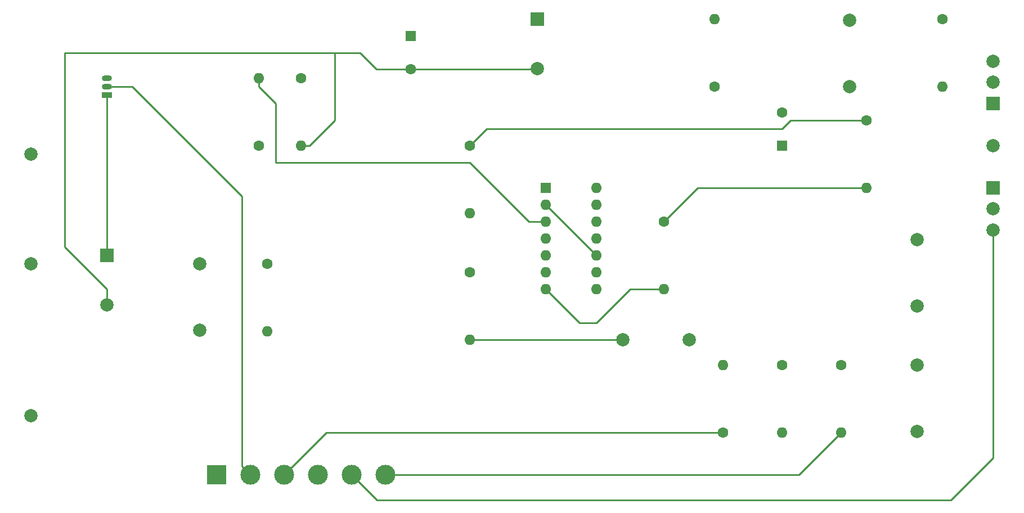
<source format=gbr>
G04 #@! TF.FileFunction,Copper,L2,Bot,Signal*
%FSLAX46Y46*%
G04 Gerber Fmt 4.6, Leading zero omitted, Abs format (unit mm)*
G04 Created by KiCad (PCBNEW 4.0.7) date 03/22/19 11:19:21*
%MOMM*%
%LPD*%
G01*
G04 APERTURE LIST*
%ADD10C,0.100000*%
%ADD11R,1.600000X1.600000*%
%ADD12O,1.600000X1.600000*%
%ADD13C,1.600000*%
%ADD14R,1.998980X1.998980*%
%ADD15C,1.998980*%
%ADD16C,3.000000*%
%ADD17R,3.000000X3.000000*%
%ADD18C,2.000000*%
%ADD19O,1.500000X0.900000*%
%ADD20R,1.500000X0.900000*%
%ADD21R,2.000000X2.000000*%
%ADD22C,0.250000*%
G04 APERTURE END LIST*
D10*
D11*
X177800000Y-109220000D03*
D12*
X185420000Y-124460000D03*
X177800000Y-111760000D03*
X185420000Y-121920000D03*
X177800000Y-114300000D03*
X185420000Y-119380000D03*
X177800000Y-116840000D03*
X185420000Y-116840000D03*
X177800000Y-119380000D03*
X185420000Y-114300000D03*
X177800000Y-121920000D03*
X185420000Y-111760000D03*
X177800000Y-124460000D03*
X185420000Y-109220000D03*
D13*
X135890000Y-120650000D03*
D12*
X135890000Y-130810000D03*
D13*
X140970000Y-92710000D03*
D12*
X140970000Y-102870000D03*
D14*
X245110000Y-109220000D03*
D15*
X245110000Y-112395000D03*
X245110000Y-115570000D03*
D14*
X245110000Y-96520000D03*
D15*
X245110000Y-93345000D03*
X245110000Y-90170000D03*
D16*
X133350000Y-152400000D03*
X138430000Y-152400000D03*
D17*
X128270000Y-152400000D03*
D16*
X143510000Y-152400000D03*
X148590000Y-152400000D03*
X153670000Y-152400000D03*
D15*
X100330000Y-143510000D03*
X100330000Y-120650000D03*
X245110000Y-102870000D03*
D13*
X134620000Y-102870000D03*
D12*
X134620000Y-92710000D03*
D13*
X166370000Y-102870000D03*
D12*
X166370000Y-113030000D03*
D13*
X166370000Y-121920000D03*
D12*
X166370000Y-132080000D03*
D13*
X204470000Y-146050000D03*
D12*
X204470000Y-135890000D03*
D13*
X222250000Y-135890000D03*
D12*
X222250000Y-146050000D03*
D13*
X237490000Y-83820000D03*
D12*
X237490000Y-93980000D03*
D13*
X195580000Y-114300000D03*
D12*
X195580000Y-124460000D03*
D13*
X226060000Y-99060000D03*
D12*
X226060000Y-109220000D03*
D13*
X203200000Y-93980000D03*
D12*
X203200000Y-83820000D03*
D13*
X213360000Y-135890000D03*
D12*
X213360000Y-146050000D03*
D15*
X100330000Y-104140000D03*
D18*
X125730000Y-120650000D03*
X125730000Y-130650000D03*
X199390000Y-132080000D03*
X189390000Y-132080000D03*
X233680000Y-127000000D03*
X233680000Y-117000000D03*
X233680000Y-135890000D03*
X233680000Y-145890000D03*
X223520000Y-93980000D03*
X223520000Y-83980000D03*
D19*
X111760000Y-93980000D03*
X111760000Y-92710000D03*
D20*
X111760000Y-95250000D03*
D21*
X111760000Y-119380000D03*
D18*
X111760000Y-126880000D03*
D11*
X157480000Y-86360000D03*
D13*
X157480000Y-91360000D03*
D21*
X176530000Y-83820000D03*
D18*
X176530000Y-91320000D03*
D11*
X213360000Y-102870000D03*
D13*
X213360000Y-97870000D03*
D22*
X245110000Y-115570000D02*
X245110000Y-149860000D01*
X152400000Y-156210000D02*
X148590000Y-152400000D01*
X238760000Y-156210000D02*
X152400000Y-156210000D01*
X245110000Y-149860000D02*
X238760000Y-156210000D01*
X226060000Y-99060000D02*
X214630000Y-99060000D01*
X168910000Y-100330000D02*
X166370000Y-102870000D01*
X213360000Y-100330000D02*
X168910000Y-100330000D01*
X214630000Y-99060000D02*
X213360000Y-100330000D01*
X185420000Y-119380000D02*
X177800000Y-111760000D01*
X244475000Y-93980000D02*
X245110000Y-93345000D01*
X204470000Y-146050000D02*
X144780000Y-146050000D01*
X144780000Y-146050000D02*
X138430000Y-152400000D01*
X135730000Y-130650000D02*
X135890000Y-130810000D01*
X215900000Y-152400000D02*
X222250000Y-146050000D01*
X153670000Y-152400000D02*
X215900000Y-152400000D01*
X177800000Y-114300000D02*
X175260000Y-114300000D01*
X134620000Y-93980000D02*
X134620000Y-92710000D01*
X137160000Y-96520000D02*
X134620000Y-93980000D01*
X137160000Y-105410000D02*
X137160000Y-96520000D01*
X166370000Y-105410000D02*
X137160000Y-105410000D01*
X175260000Y-114300000D02*
X166370000Y-105410000D01*
X125570000Y-130810000D02*
X125730000Y-130650000D01*
X189390000Y-132080000D02*
X166370000Y-132080000D01*
X203360000Y-83980000D02*
X203200000Y-83820000D01*
X223680000Y-83820000D02*
X223520000Y-83980000D01*
X195580000Y-124460000D02*
X190500000Y-124460000D01*
X182880000Y-129540000D02*
X177800000Y-124460000D01*
X185420000Y-129540000D02*
X182880000Y-129540000D01*
X190500000Y-124460000D02*
X185420000Y-129540000D01*
X226060000Y-109220000D02*
X200660000Y-109220000D01*
X200660000Y-109220000D02*
X195580000Y-114300000D01*
X111760000Y-93980000D02*
X115570000Y-93980000D01*
X132080000Y-151130000D02*
X133350000Y-152400000D01*
X132080000Y-110490000D02*
X132080000Y-151130000D01*
X115570000Y-93980000D02*
X132080000Y-110490000D01*
X111760000Y-119380000D02*
X111760000Y-95250000D01*
X140970000Y-102870000D02*
X142240000Y-102870000D01*
X146050000Y-99060000D02*
X146050000Y-88900000D01*
X142240000Y-102870000D02*
X146050000Y-99060000D01*
X157480000Y-91360000D02*
X176490000Y-91360000D01*
X176490000Y-91360000D02*
X176530000Y-91320000D01*
X111760000Y-126880000D02*
X111760000Y-124460000D01*
X152320000Y-91360000D02*
X157480000Y-91360000D01*
X149860000Y-88900000D02*
X152320000Y-91360000D01*
X105410000Y-88900000D02*
X146050000Y-88900000D01*
X146050000Y-88900000D02*
X149860000Y-88900000D01*
X105410000Y-118110000D02*
X105410000Y-88900000D01*
X111760000Y-124460000D02*
X105410000Y-118110000D01*
M02*

</source>
